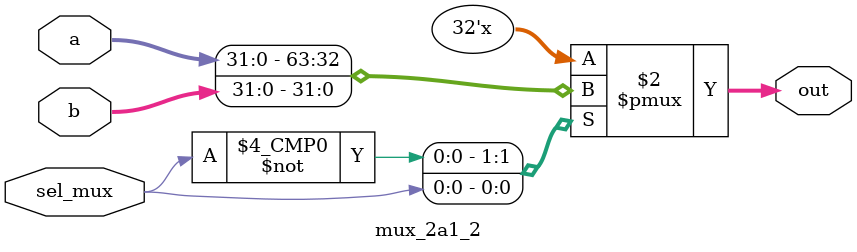
<source format=v>
`timescale 1ns / 1ps

module mux_2a1_2 #(parameter RS1_ext= 2'd0, ext2 = 2'd1
                )(
                input [31:0] a, b,
                input sel_mux,
                output reg [31:0] out
                );
           
    always @(*) begin
        case (sel_mux)
            RS1_ext : out <= a;
            ext2 : out <= b;
        endcase
    end
endmodule
</source>
